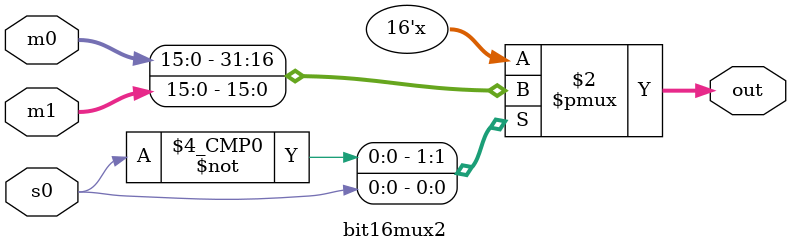
<source format=v>
`timescale 1ns / 1ps
module mux4(
    input [1:0] select,
    input [31:0] m0,
    input [31:0] m1,
    input [31:0] m2,
    input [31:0] m3,
    output reg [31:0] out
    );
	 always @(select,m3,m2,m1,m0)begin
		case(select)
			2'b00:out=m0;
			2'b01:out=m1;
			2'b10:out=m2;
			2'b11:out=m3;
		endcase
	 end

endmodule

module mux2(
	 input s0,
    input [31:0] m0,
    input [31:0] m1,
    output reg [31:0] out
    );
	 always @(s0,m0,m1)begin
		case(s0)
		1'b0:out=m0;
		1'b1:out=m1;

		endcase
	 end
endmodule

module mux8(
	input [2:0] select,
	input [31:0] m0,input [31:0] m1,
	input [31:0] m2,input [31:0] m3,
	input [31:0] m4,input [31:0] m5,
	input [31:0] m6,input [31:0] m7,
	output reg [31:0] out
	);
	always @(select,m0,m1,m2,m3,m4,m5,m6,m7)begin
		case(select)
		0:out<=m0;
		1:out<=m1;
		2:out<=m2;
		3:out<=m3;
		4:out<=m4;
		5:out<=m5;
		6:out<=m6;
		7:out<=m7;
		endcase
	end
endmodule

module bit5mux4(
  input [1:0] select,
    input [4:0] m0,
    input [4:0] m1,
    input [4:0] m2,
    input [4:0] m3,
    output reg [4:0] out
    );
	 always @* begin
		case(select)
			2'b00:out<=m0;
			2'b01:out<=m1;
			2'b10:out<=m2;
			2'b11:out<=m3;
		endcase
	 end
endmodule

module bit16mux2(
	 input s0,
    input [15:0] m0,
    input [15:0] m1,
    output reg [15:0] out
    );
	 always @(s0,m0,m1)begin
		case(s0)
		1'b0:out=m0;
		1'b1:out=m1;
		endcase
	 end
endmodule

</source>
